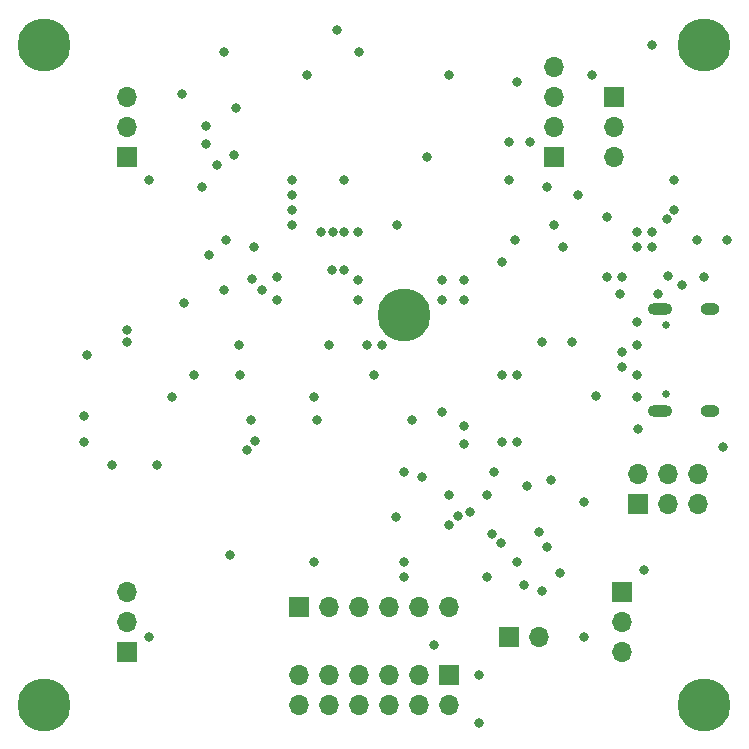
<source format=gbr>
%TF.GenerationSoftware,KiCad,Pcbnew,6.0.4*%
%TF.CreationDate,2022-04-24T20:11:58+02:00*%
%TF.ProjectId,main_pcb,6d61696e-5f70-4636-922e-6b696361645f,rev?*%
%TF.SameCoordinates,Original*%
%TF.FileFunction,Soldermask,Bot*%
%TF.FilePolarity,Negative*%
%FSLAX46Y46*%
G04 Gerber Fmt 4.6, Leading zero omitted, Abs format (unit mm)*
G04 Created by KiCad (PCBNEW 6.0.4) date 2022-04-24 20:11:58*
%MOMM*%
%LPD*%
G01*
G04 APERTURE LIST*
%ADD10R,1.700000X1.700000*%
%ADD11O,1.700000X1.700000*%
%ADD12C,4.500000*%
%ADD13C,0.800000*%
%ADD14C,0.650000*%
%ADD15O,1.600000X1.000000*%
%ADD16O,2.100000X1.000000*%
G04 APERTURE END LIST*
D10*
%TO.C,J4*%
X174752000Y-112522000D03*
D11*
X174752000Y-109982000D03*
X177292000Y-112522000D03*
X177292000Y-109982000D03*
X179832000Y-112522000D03*
X179832000Y-109982000D03*
%TD*%
D12*
%TO.C,*%
X154940000Y-96520000D03*
%TD*%
D10*
%TO.C,J3*%
X158750000Y-127000000D03*
D11*
X158750000Y-129540000D03*
X156210000Y-127000000D03*
X156210000Y-129540000D03*
X153670000Y-127000000D03*
X153670000Y-129540000D03*
X151130000Y-127000000D03*
X151130000Y-129540000D03*
X148590000Y-127000000D03*
X148590000Y-129540000D03*
X146050000Y-127000000D03*
X146050000Y-129540000D03*
%TD*%
D10*
%TO.C,J1*%
X146050000Y-121285000D03*
D11*
X148590000Y-121285000D03*
X151130000Y-121285000D03*
X153670000Y-121285000D03*
X156210000Y-121285000D03*
X158750000Y-121285000D03*
%TD*%
D10*
%TO.C,J2*%
X167640000Y-83185000D03*
D11*
X167640000Y-80645000D03*
X167640000Y-78105000D03*
X167640000Y-75565000D03*
%TD*%
D10*
%TO.C,M1*%
X131445000Y-83185000D03*
D11*
X131445000Y-80645000D03*
X131445000Y-78105000D03*
%TD*%
D10*
%TO.C,M4*%
X131445000Y-125095000D03*
D11*
X131445000Y-122555000D03*
X131445000Y-120015000D03*
%TD*%
D13*
%TO.C,SW1*%
X136147000Y-77840000D03*
%TD*%
D12*
%TO.C,REF\u002A\u002A*%
X124460000Y-73660000D03*
%TD*%
D10*
%TO.C,BAT1*%
X163830000Y-123825000D03*
D11*
X166370000Y-123825000D03*
%TD*%
D10*
%TO.C,M3*%
X172720000Y-78105000D03*
D11*
X172720000Y-80645000D03*
X172720000Y-83185000D03*
%TD*%
D12*
%TO.C,*%
X180340000Y-73660000D03*
%TD*%
D10*
%TO.C,M2*%
X173355000Y-120015000D03*
D11*
X173355000Y-122555000D03*
X173355000Y-125095000D03*
%TD*%
D14*
%TO.C,USB-C*%
X177100000Y-103220000D03*
X177100000Y-97440000D03*
D15*
X180780000Y-96010000D03*
X180780000Y-104650000D03*
D16*
X176600000Y-96010000D03*
X176600000Y-104650000D03*
%TD*%
D12*
%TO.C,*%
X124460000Y-129540000D03*
%TD*%
%TO.C,*%
X180340000Y-129540000D03*
%TD*%
D13*
X175895000Y-73660000D03*
X149225000Y-72390000D03*
X151130000Y-74295000D03*
X146685000Y-76200000D03*
X177207178Y-88434716D03*
X181945020Y-107772878D03*
X176400378Y-94744622D03*
X178435000Y-93980000D03*
X135255000Y-103505000D03*
X137160000Y-101600000D03*
X162382878Y-115112122D03*
X142311755Y-107243245D03*
X156387122Y-110312878D03*
X160477878Y-113207122D03*
X131445000Y-97790000D03*
X131445000Y-98830000D03*
X154940000Y-109855000D03*
X141605000Y-107950000D03*
X159456755Y-113593234D03*
X163089633Y-115818876D03*
X164465000Y-117475000D03*
X158750000Y-114300000D03*
X161925000Y-118745000D03*
X166370000Y-114935000D03*
X167005000Y-116205000D03*
X169672000Y-86360000D03*
X161290000Y-131064000D03*
X140208000Y-116840000D03*
X147320000Y-117475000D03*
X147574000Y-105410000D03*
X141986000Y-105410000D03*
X133350000Y-85090000D03*
X133350000Y-123825000D03*
X170815000Y-76200000D03*
X175260000Y-118110000D03*
X161290000Y-127000000D03*
X157480000Y-124460000D03*
X127830888Y-107333784D03*
X127830888Y-105128777D03*
X130175000Y-109220000D03*
X133985000Y-109220000D03*
X170180000Y-123825000D03*
X170180000Y-112395000D03*
X147860994Y-89535000D03*
X148860497Y-89535000D03*
X149860000Y-89535000D03*
X151001000Y-89535000D03*
X148787301Y-92769502D03*
X149795500Y-92737142D03*
X145415000Y-85090000D03*
X145415000Y-86360000D03*
X145415000Y-87630000D03*
X145415000Y-88900000D03*
X155575000Y-105410000D03*
X151001000Y-93580500D03*
X151001000Y-95279500D03*
X148590000Y-99060000D03*
X149860000Y-85090000D03*
X154305000Y-88900000D03*
X171196000Y-103378000D03*
X174752000Y-106172000D03*
X168148000Y-118364000D03*
X166624000Y-119888000D03*
X165354000Y-110998000D03*
X162560000Y-109855000D03*
X167386000Y-110490000D03*
X164338000Y-90170000D03*
X166624000Y-98806000D03*
X169164000Y-98806000D03*
X168339500Y-90805000D03*
X154940000Y-118745000D03*
X154940000Y-117475000D03*
X167640000Y-88900000D03*
X177800000Y-85090000D03*
X179705000Y-90170000D03*
X177800000Y-87630000D03*
X172085000Y-88265000D03*
X182245000Y-90170000D03*
X180340000Y-93345000D03*
X165100000Y-119380000D03*
X164465000Y-76835000D03*
X163195000Y-92075000D03*
X163765500Y-85090000D03*
X167005000Y-85725000D03*
X165564020Y-81915000D03*
X163765500Y-81915000D03*
X158115000Y-95279500D03*
X158115000Y-93580500D03*
X158115000Y-104775000D03*
X154211531Y-113641313D03*
X158750000Y-111760000D03*
X161925000Y-111760000D03*
X137795000Y-85725000D03*
X142240000Y-90805000D03*
X139065000Y-83820000D03*
X139870980Y-90170000D03*
X141034500Y-101600000D03*
X142069019Y-93480856D03*
X140970000Y-99060000D03*
X172085000Y-93345000D03*
X173355000Y-93345000D03*
X174625000Y-90805000D03*
X175895000Y-90805000D03*
X175895000Y-89535000D03*
X174625000Y-89535000D03*
X140716000Y-78994000D03*
X138176000Y-82042000D03*
X138176000Y-80580500D03*
X160020000Y-95279500D03*
X160020000Y-107442000D03*
X160020000Y-105918000D03*
X160020000Y-93580500D03*
X173228000Y-94742000D03*
X177292000Y-93218000D03*
X144145000Y-93345000D03*
X144145000Y-95279500D03*
X147320000Y-103505000D03*
X128035000Y-99930000D03*
X136245000Y-95530000D03*
X140476000Y-83044000D03*
X139700000Y-94430000D03*
X139700000Y-74295000D03*
X142875000Y-94430000D03*
X163195000Y-101600000D03*
X164465000Y-107315000D03*
X152400000Y-101600000D03*
X163195000Y-107315000D03*
X174625000Y-103505000D03*
X138430000Y-91440000D03*
X174625000Y-97155000D03*
X164465000Y-101600000D03*
X158750000Y-76200000D03*
X153035000Y-99060000D03*
X151765000Y-99060000D03*
X156845000Y-83185000D03*
X174625000Y-99060000D03*
X173355000Y-100965000D03*
X173355000Y-99695000D03*
X174625000Y-101600000D03*
M02*

</source>
